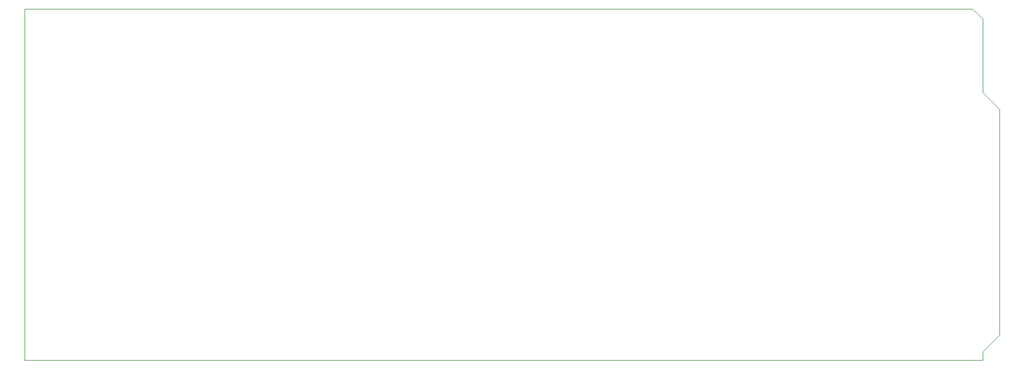
<source format=gbr>
G04 #@! TF.GenerationSoftware,KiCad,Pcbnew,(5.1.10)-1*
G04 #@! TF.CreationDate,2021-06-08T20:52:12+03:00*
G04 #@! TF.ProjectId,ScienceBoard-1,53636965-6e63-4654-926f-6172642d312e,rev?*
G04 #@! TF.SameCoordinates,Original*
G04 #@! TF.FileFunction,Profile,NP*
%FSLAX46Y46*%
G04 Gerber Fmt 4.6, Leading zero omitted, Abs format (unit mm)*
G04 Created by KiCad (PCBNEW (5.1.10)-1) date 2021-06-08 20:52:12*
%MOMM*%
%LPD*%
G01*
G04 APERTURE LIST*
G04 #@! TA.AperFunction,Profile*
%ADD10C,0.050000*%
G04 #@! TD*
G04 APERTURE END LIST*
D10*
X198374000Y-94742000D02*
X53086000Y-94742000D01*
X198374000Y-93472000D02*
X198374000Y-94742000D01*
X200914000Y-90932000D02*
X198374000Y-93472000D01*
X200914000Y-56642000D02*
X200914000Y-90932000D01*
X198374000Y-54102000D02*
X200914000Y-56642000D01*
X198374000Y-42926000D02*
X198374000Y-54102000D01*
X196850000Y-41402000D02*
X198374000Y-42926000D01*
X53086000Y-41402000D02*
X196850000Y-41402000D01*
X53086000Y-94742000D02*
X53086000Y-41402000D01*
M02*

</source>
